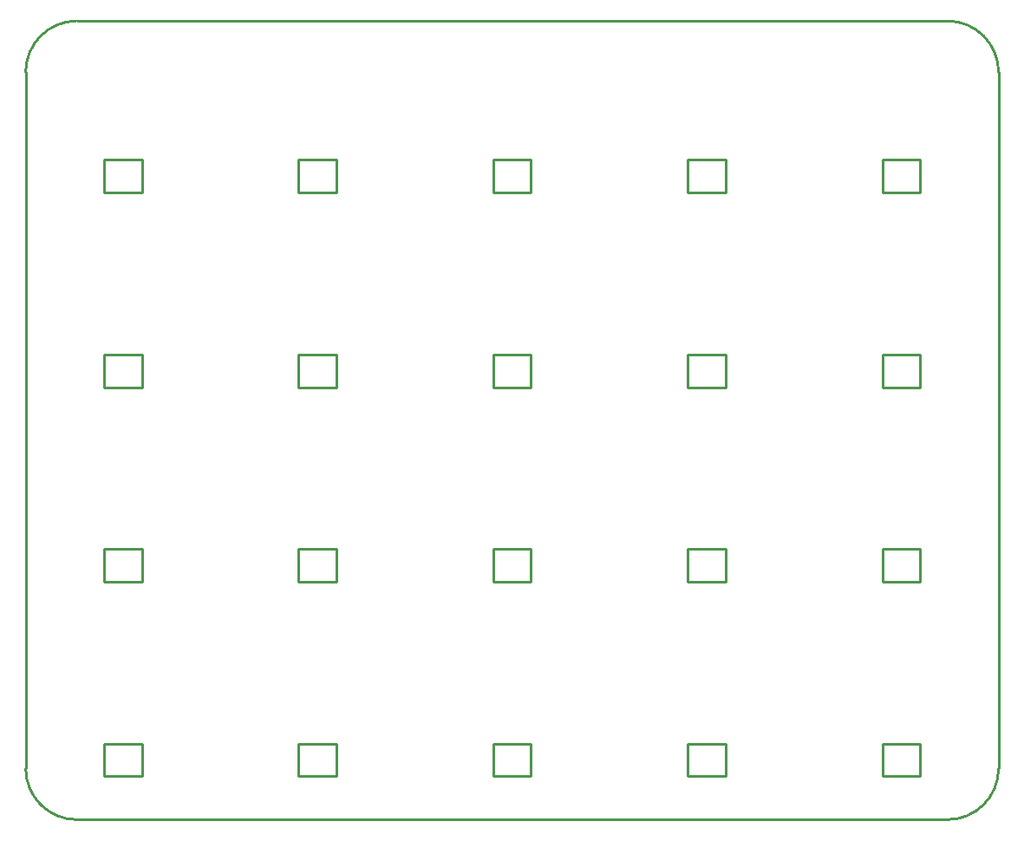
<source format=gko>
G04 Layer: BoardOutlineLayer*
G04 EasyEDA v6.5.9, 2022-07-27 19:44:39*
G04 76ed2510ce1c47f1be3c58ea14bf5d85,facc937cdf584d0a9360c289f8e84b41,10*
G04 Gerber Generator version 0.2*
G04 Scale: 100 percent, Rotated: No, Reflected: No *
G04 Dimensions in millimeters *
G04 leading zeros omitted , absolute positions ,4 integer and 5 decimal *
%FSLAX45Y45*%
%MOMM*%

%ADD10C,0.2540*%
D10*
X-9232981Y-677997D02*
G01*
X-732998Y-677997D01*
X-732998Y-8477981D02*
G01*
X-9232981Y-8477981D01*
X-9732980Y-7977982D02*
G01*
X-9732980Y-1177996D01*
X-232999Y-1177996D02*
G01*
X-232999Y-7977982D01*
G75*
G01*
X-732998Y-677997D02*
G02*
X-232999Y-1177996I0J-499999D01*
G75*
G01*
X-232999Y-7977983D02*
G02*
X-732998Y-8477982I-499999J0D01*
G75*
G01*
X-9232981Y-8477982D02*
G02*
X-9732980Y-7977983I0J499999D01*
G75*
G01*
X-9732980Y-1177996D02*
G02*
X-9232981Y-677997I499999J0D01*
X-8968950Y-2034354D02*
G01*
X-8968950Y-2354673D01*
X-8968950Y-2354673D02*
G01*
X-8598631Y-2354673D01*
X-8598631Y-2354673D02*
G01*
X-8598631Y-2034354D01*
X-8598631Y-2034354D02*
G01*
X-8968950Y-2034354D01*
X-7068957Y-2034352D02*
G01*
X-7068957Y-2354671D01*
X-7068957Y-2354671D02*
G01*
X-6698637Y-2354671D01*
X-6698637Y-2354671D02*
G01*
X-6698637Y-2034352D01*
X-6698637Y-2034352D02*
G01*
X-7068957Y-2034352D01*
X-5168960Y-2034352D02*
G01*
X-5168960Y-2354671D01*
X-5168960Y-2354671D02*
G01*
X-4798641Y-2354671D01*
X-4798641Y-2354671D02*
G01*
X-4798641Y-2034352D01*
X-4798641Y-2034352D02*
G01*
X-5168960Y-2034352D01*
X-3268964Y-2034352D02*
G01*
X-3268964Y-2354671D01*
X-3268964Y-2354671D02*
G01*
X-2898645Y-2354671D01*
X-2898645Y-2354671D02*
G01*
X-2898645Y-2034352D01*
X-2898645Y-2034352D02*
G01*
X-3268964Y-2034352D01*
X-1368968Y-2034352D02*
G01*
X-1368968Y-2354671D01*
X-1368968Y-2354671D02*
G01*
X-998649Y-2354671D01*
X-998649Y-2354671D02*
G01*
X-998649Y-2034352D01*
X-998649Y-2034352D02*
G01*
X-1368968Y-2034352D01*
X-1368968Y-3934348D02*
G01*
X-1368968Y-4254667D01*
X-1368968Y-4254667D02*
G01*
X-998649Y-4254667D01*
X-998649Y-4254667D02*
G01*
X-998649Y-3934348D01*
X-998649Y-3934348D02*
G01*
X-1368968Y-3934348D01*
X-3268964Y-3934348D02*
G01*
X-3268964Y-4254667D01*
X-3268964Y-4254667D02*
G01*
X-2898645Y-4254667D01*
X-2898645Y-4254667D02*
G01*
X-2898645Y-3934348D01*
X-2898645Y-3934348D02*
G01*
X-3268964Y-3934348D01*
X-5168960Y-3934348D02*
G01*
X-5168960Y-4254667D01*
X-5168960Y-4254667D02*
G01*
X-4798641Y-4254667D01*
X-4798641Y-4254667D02*
G01*
X-4798641Y-3934348D01*
X-4798641Y-3934348D02*
G01*
X-5168960Y-3934348D01*
X-7068957Y-3934348D02*
G01*
X-7068957Y-4254667D01*
X-7068957Y-4254667D02*
G01*
X-6698637Y-4254667D01*
X-6698637Y-4254667D02*
G01*
X-6698637Y-3934348D01*
X-6698637Y-3934348D02*
G01*
X-7068957Y-3934348D01*
X-8968953Y-3934348D02*
G01*
X-8968953Y-4254667D01*
X-8968953Y-4254667D02*
G01*
X-8598634Y-4254667D01*
X-8598634Y-4254667D02*
G01*
X-8598634Y-3934348D01*
X-8598634Y-3934348D02*
G01*
X-8968953Y-3934348D01*
X-1368968Y-5834344D02*
G01*
X-1368968Y-6154663D01*
X-1368968Y-6154663D02*
G01*
X-998649Y-6154663D01*
X-998649Y-6154663D02*
G01*
X-998649Y-5834344D01*
X-998649Y-5834344D02*
G01*
X-1368968Y-5834344D01*
X-3268964Y-5834344D02*
G01*
X-3268964Y-6154663D01*
X-3268964Y-6154663D02*
G01*
X-2898645Y-6154663D01*
X-2898645Y-6154663D02*
G01*
X-2898645Y-5834344D01*
X-2898645Y-5834344D02*
G01*
X-3268964Y-5834344D01*
X-5168960Y-5834344D02*
G01*
X-5168960Y-6154663D01*
X-5168960Y-6154663D02*
G01*
X-4798641Y-6154663D01*
X-4798641Y-6154663D02*
G01*
X-4798641Y-5834344D01*
X-4798641Y-5834344D02*
G01*
X-5168960Y-5834344D01*
X-7068957Y-5834344D02*
G01*
X-7068957Y-6154663D01*
X-7068957Y-6154663D02*
G01*
X-6698637Y-6154663D01*
X-6698637Y-6154663D02*
G01*
X-6698637Y-5834344D01*
X-6698637Y-5834344D02*
G01*
X-7068957Y-5834344D01*
X-8968953Y-5834344D02*
G01*
X-8968953Y-6154663D01*
X-8968953Y-6154663D02*
G01*
X-8598634Y-6154663D01*
X-8598634Y-6154663D02*
G01*
X-8598634Y-5834344D01*
X-8598634Y-5834344D02*
G01*
X-8968953Y-5834344D01*
X-1368968Y-7734340D02*
G01*
X-1368968Y-8054660D01*
X-1368968Y-8054660D02*
G01*
X-998649Y-8054660D01*
X-998649Y-8054660D02*
G01*
X-998649Y-7734340D01*
X-998649Y-7734340D02*
G01*
X-1368968Y-7734340D01*
X-3268964Y-7734340D02*
G01*
X-3268964Y-8054660D01*
X-3268964Y-8054660D02*
G01*
X-2898645Y-8054660D01*
X-2898645Y-8054660D02*
G01*
X-2898645Y-7734340D01*
X-2898645Y-7734340D02*
G01*
X-3268964Y-7734340D01*
X-5168960Y-7734340D02*
G01*
X-5168960Y-8054660D01*
X-5168960Y-8054660D02*
G01*
X-4798641Y-8054660D01*
X-4798641Y-8054660D02*
G01*
X-4798641Y-7734340D01*
X-4798641Y-7734340D02*
G01*
X-5168960Y-7734340D01*
X-7068957Y-7734340D02*
G01*
X-7068957Y-8054660D01*
X-7068957Y-8054660D02*
G01*
X-6698637Y-8054660D01*
X-6698637Y-8054660D02*
G01*
X-6698637Y-7734340D01*
X-6698637Y-7734340D02*
G01*
X-7068957Y-7734340D01*
X-8968953Y-7734340D02*
G01*
X-8968953Y-8054660D01*
X-8968953Y-8054660D02*
G01*
X-8598634Y-8054660D01*
X-8598634Y-8054660D02*
G01*
X-8598634Y-7734340D01*
X-8598634Y-7734340D02*
G01*
X-8968953Y-7734340D01*

%LPD*%
M02*

</source>
